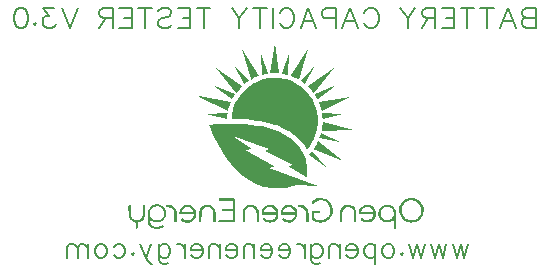
<source format=gbo>
G04 Layer: BottomSilkscreenLayer*
G04 EasyEDA v6.5.47, 2024-10-14 09:34:27*
G04 ce67ab0569d04c388b7640da7ad94f30,699dadb93aee4be8b9b8ad6142c81684,10*
G04 Gerber Generator version 0.2*
G04 Scale: 100 percent, Rotated: No, Reflected: No *
G04 Dimensions in millimeters *
G04 leading zeros omitted , absolute positions ,4 integer and 5 decimal *
%FSLAX45Y45*%
%MOMM*%

%ADD10C,0.1900*%
%ADD11C,0.2032*%

%LPD*%
G36*
X5575198Y7773263D02*
G01*
X5574487Y7769809D01*
X5535777Y7515047D01*
X5536133Y7514640D01*
X5560263Y7516571D01*
X5608777Y7515656D01*
X5611825Y7514437D01*
X5611825Y7518653D01*
G37*
G36*
X5855309Y7719466D02*
G01*
X5853785Y7717790D01*
X5711494Y7495641D01*
X5711037Y7493558D01*
X5730798Y7486040D01*
X5754370Y7475626D01*
X5777738Y7462926D01*
X5781598Y7460488D01*
X5782360Y7461300D01*
X5855309Y7718196D01*
G37*
G36*
X5301742Y7718247D02*
G01*
X5372049Y7462164D01*
X5372506Y7461605D01*
X5384342Y7468463D01*
X5407050Y7479842D01*
X5429402Y7489190D01*
X5442915Y7494066D01*
X5442407Y7495438D01*
X5302097Y7718247D01*
G37*
G36*
X5697677Y7681417D02*
G01*
X5696051Y7678826D01*
X5635193Y7513828D01*
X5635193Y7512303D01*
X5657291Y7508494D01*
X5683046Y7502245D01*
X5684215Y7504074D01*
X5696864Y7675372D01*
G37*
G36*
X5455412Y7680858D02*
G01*
X5454904Y7679436D01*
X5466334Y7502042D01*
X5466689Y7501737D01*
X5490921Y7507731D01*
X5515051Y7511999D01*
X5515762Y7512710D01*
G37*
G36*
X5918708Y7583068D02*
G01*
X5881624Y7545374D01*
X5793333Y7454798D01*
X5792978Y7453528D01*
X5814161Y7439304D01*
X5833110Y7424470D01*
X5834329Y7425791D01*
G37*
G36*
X5233314Y7583068D02*
G01*
X5316474Y7424928D01*
X5317693Y7423607D01*
X5334101Y7436713D01*
X5354675Y7450886D01*
X5357876Y7453528D01*
X5233771Y7583068D01*
G37*
G36*
X5074361Y7557058D02*
G01*
X5244541Y7349540D01*
X5246725Y7347254D01*
X5260695Y7366000D01*
X5277358Y7385405D01*
X5298948Y7407046D01*
X5074970Y7556957D01*
G37*
G36*
X6080201Y7554874D02*
G01*
X5854344Y7406131D01*
X5878271Y7381595D01*
X5891479Y7365949D01*
X5906312Y7346492D01*
G37*
G36*
X5578449Y7476998D02*
G01*
X5556808Y7476388D01*
X5534253Y7474661D01*
X5511393Y7471308D01*
X5493512Y7467650D01*
X5473598Y7462520D01*
X5445556Y7453122D01*
X5421071Y7442657D01*
X5403392Y7433818D01*
X5385206Y7423353D01*
X5365292Y7410246D01*
X5347106Y7396480D01*
X5331764Y7383475D01*
X5311749Y7364272D01*
X5293106Y7343038D01*
X5277561Y7322667D01*
X5262778Y7300112D01*
X5250180Y7277608D01*
X5241645Y7259421D01*
X5232400Y7236612D01*
X5224424Y7211822D01*
X5220004Y7194499D01*
X5215890Y7174230D01*
X5212384Y7149338D01*
X5211216Y7130135D01*
X5256072Y7128967D01*
X5300268Y7126376D01*
X5334101Y7123734D01*
X5385155Y7118553D01*
X5419852Y7114184D01*
X5451043Y7109866D01*
X5486603Y7103770D01*
X5521248Y7096099D01*
X5552440Y7087565D01*
X5574995Y7080351D01*
X5594908Y7073341D01*
X5616143Y7064857D01*
X5638241Y7055103D01*
X5672023Y7038086D01*
X5693714Y7025690D01*
X5717184Y7010603D01*
X5740501Y6993585D01*
X5763006Y6975195D01*
X5796127Y6942226D01*
X5812637Y6922312D01*
X5827369Y6902094D01*
X5840323Y6881571D01*
X5847689Y6868159D01*
X5848146Y6868159D01*
X5863691Y6886803D01*
X5874105Y6900672D01*
X5886246Y6918858D01*
X5894578Y6932726D01*
X5907176Y6956958D01*
X5917895Y6982104D01*
X5927140Y7009841D01*
X5933186Y7034123D01*
X5936843Y7053122D01*
X5940348Y7079183D01*
X5941314Y7126935D01*
X5939231Y7152843D01*
X5936742Y7171029D01*
X5933186Y7190079D01*
X5926480Y7216089D01*
X5917946Y7241184D01*
X5909767Y7261148D01*
X5897829Y7285380D01*
X5882894Y7310526D01*
X5868873Y7330440D01*
X5852871Y7350404D01*
X5834634Y7370013D01*
X5815025Y7388250D01*
X5795111Y7404252D01*
X5775147Y7418273D01*
X5750001Y7433157D01*
X5725769Y7445146D01*
X5702350Y7454646D01*
X5680710Y7461910D01*
X5654243Y7468666D01*
X5631332Y7472883D01*
X5607050Y7475829D01*
G37*
G36*
X6081064Y7403134D02*
G01*
X5913780Y7336688D01*
X5913221Y7336231D01*
X5927547Y7313117D01*
X5938367Y7292594D01*
X6075832Y7398816D01*
G37*
G36*
X5071618Y7402830D02*
G01*
X5073243Y7401306D01*
X5209286Y7294270D01*
X5212537Y7291476D01*
X5214162Y7294067D01*
X5228844Y7320788D01*
X5238191Y7335062D01*
X5073243Y7402728D01*
G37*
G36*
X4932426Y7317892D02*
G01*
X4932426Y7317028D01*
X5178552Y7193991D01*
X5179263Y7193991D01*
X5183073Y7210856D01*
X5192268Y7242048D01*
X5202986Y7270343D01*
X5202377Y7270902D01*
G37*
G36*
X6215938Y7311593D02*
G01*
X5951575Y7268006D01*
X5950508Y7266889D01*
X5958230Y7246416D01*
X5965444Y7224166D01*
X5972302Y7197090D01*
X5972302Y7194397D01*
X5973775Y7192162D01*
X6214516Y7310374D01*
G37*
G36*
X5975502Y7180122D02*
G01*
X5979210Y7151928D01*
X5980379Y7129780D01*
X5985713Y7130948D01*
X6154470Y7172248D01*
X6155436Y7173163D01*
X6142583Y7173315D01*
G37*
G36*
X5174691Y7178395D02*
G01*
X4996281Y7173163D01*
X4996992Y7172452D01*
X5168595Y7128916D01*
X5171592Y7128002D01*
X5171592Y7136942D01*
X5173522Y7158024D01*
X5176418Y7178395D01*
G37*
G36*
X5981192Y7102144D02*
G01*
X5980023Y7081774D01*
X5978347Y7063536D01*
X5975604Y7044486D01*
X5971438Y7023811D01*
X5971844Y7023557D01*
X6232702Y7033564D01*
X6242202Y7034123D01*
X5983122Y7101992D01*
G37*
G36*
X5185918Y7088225D02*
G01*
X5128717Y7086549D01*
X5092293Y7083907D01*
X5065471Y7081215D01*
X5034280Y7076948D01*
X5020513Y7074357D01*
X5020157Y7073950D01*
X5033518Y7038441D01*
X5046624Y7007250D01*
X5059934Y6977786D01*
X5083149Y6930999D01*
X5100320Y6899605D01*
X5117338Y6870344D01*
X5135981Y6840524D01*
X5153660Y6814058D01*
X5169306Y6792315D01*
X5184952Y6771538D01*
X5202377Y6749846D01*
X5224221Y6724650D01*
X5251907Y6695287D01*
X5281218Y6668160D01*
X5305247Y6647992D01*
X5332628Y6627418D01*
X5357469Y6611010D01*
X5374792Y6600647D01*
X5396484Y6588810D01*
X5416397Y6579412D01*
X5438698Y6570014D01*
X5459882Y6562344D01*
X5485739Y6554673D01*
X5512612Y6548475D01*
X5533390Y6544868D01*
X5562854Y6541312D01*
X5614009Y6540398D01*
X5643422Y6542430D01*
X5670296Y6545834D01*
X5698896Y6551066D01*
X5730087Y6558686D01*
X5753506Y6565595D01*
X5945022Y6557213D01*
X5938062Y6560312D01*
X5527802Y6713372D01*
X5528360Y6713931D01*
X5577586Y6725310D01*
X5578094Y6725869D01*
X5572404Y6729272D01*
X5337556Y6859727D01*
X5335320Y6861759D01*
X5377383Y6869125D01*
X5381040Y6870344D01*
X5202580Y6992518D01*
X5198922Y6995566D01*
X5523839Y6872376D01*
X5526227Y6871004D01*
X5490514Y6858406D01*
X5490514Y6857339D01*
X5729681Y6736232D01*
X5730392Y6735064D01*
X5690209Y6730187D01*
X5683707Y6729069D01*
X5840730Y6636359D01*
X5842660Y6636359D01*
X5844794Y6646773D01*
X5847943Y6670141D01*
X5847943Y6722160D01*
X5845708Y6740347D01*
X5842203Y6761124D01*
X5836412Y6785406D01*
X5829960Y6805320D01*
X5821680Y6826148D01*
X5813145Y6844334D01*
X5801360Y6865112D01*
X5785002Y6889292D01*
X5768695Y6909562D01*
X5746546Y6932574D01*
X5728716Y6948678D01*
X5711037Y6962851D01*
X5688482Y6978853D01*
X5667705Y6991858D01*
X5645912Y7003999D01*
X5626100Y7013956D01*
X5603849Y7024166D01*
X5575858Y7035292D01*
X5549900Y7044131D01*
X5516930Y7053529D01*
X5497880Y7058050D01*
X5464759Y7064756D01*
X5424220Y7070902D01*
X5376519Y7076897D01*
X5333238Y7081266D01*
X5288178Y7084720D01*
X5253482Y7086701D01*
X5207558Y7087971D01*
G37*
G36*
X5968238Y7011162D02*
G01*
X5964275Y6995972D01*
X5953353Y6963918D01*
X5953709Y6963562D01*
X6126988Y6932269D01*
X6130188Y6931507D01*
X6129121Y6932574D01*
X5970117Y7011009D01*
G37*
G36*
X5941974Y6938365D02*
G01*
X5931763Y6917994D01*
X5923229Y6903262D01*
X5912256Y6885990D01*
X5902096Y6871766D01*
X5902147Y6870344D01*
X6152997Y6770014D01*
X5942431Y6938365D01*
G37*
G36*
X5894273Y6860336D02*
G01*
X5893003Y6860235D01*
X5881725Y6846265D01*
X5860237Y6823862D01*
X5862675Y6821474D01*
X6008065Y6722516D01*
X6008522Y6723024D01*
G37*
G36*
X6743090Y6459067D02*
G01*
X6717944Y6458458D01*
X6705193Y6455664D01*
X6691985Y6451142D01*
X6681571Y6445961D01*
X6667601Y6436715D01*
X6655104Y6425184D01*
X6643827Y6410198D01*
X6635902Y6394856D01*
X6630974Y6380276D01*
X6628028Y6362700D01*
X6628677Y6345885D01*
X6648856Y6345885D01*
X6649720Y6370320D01*
X6653326Y6383832D01*
X6660134Y6398260D01*
X6667601Y6409283D01*
X6679031Y6420662D01*
X6690004Y6428181D01*
X6704482Y6434937D01*
X6717944Y6438544D01*
X6743090Y6439204D01*
X6757822Y6436004D01*
X6771030Y6430467D01*
X6780987Y6424472D01*
X6792264Y6415379D01*
X6802374Y6402832D01*
X6808571Y6391706D01*
X6813753Y6377584D01*
X6816496Y6361633D01*
X6815581Y6340856D01*
X6811924Y6326225D01*
X6804355Y6310223D01*
X6798818Y6302197D01*
X6788403Y6291021D01*
X6777736Y6282994D01*
X6760413Y6274714D01*
X6745681Y6271158D01*
X6730949Y6270040D01*
X6714490Y6272174D01*
X6700621Y6276492D01*
X6688480Y6282588D01*
X6678117Y6289954D01*
X6665772Y6302908D01*
X6656933Y6317234D01*
X6651752Y6331661D01*
X6648856Y6345885D01*
X6628677Y6345885D01*
X6628993Y6338265D01*
X6633413Y6321298D01*
X6640271Y6305702D01*
X6651498Y6288887D01*
X6664147Y6276035D01*
X6678015Y6265773D01*
X6697167Y6256375D01*
X6713829Y6252159D01*
X6731812Y6250178D01*
X6744817Y6251244D01*
X6758787Y6253734D01*
X6773722Y6258814D01*
X6788099Y6266281D01*
X6801256Y6276035D01*
X6813905Y6288887D01*
X6824878Y6305346D01*
X6830110Y6317030D01*
X6834530Y6331051D01*
X6837273Y6347815D01*
X6836359Y6370320D01*
X6831228Y6390538D01*
X6824116Y6405676D01*
X6814667Y6419799D01*
X6803136Y6432296D01*
X6788150Y6443573D01*
X6773265Y6451295D01*
X6757568Y6456527D01*
G37*
G36*
X5970981Y6459067D02*
G01*
X5949340Y6458356D01*
X5934964Y6454800D01*
X5919876Y6448602D01*
X5906312Y6440525D01*
X5892850Y6429908D01*
X5888939Y6423558D01*
X5888939Y6417310D01*
X5892241Y6412890D01*
X5897118Y6411264D01*
X5903722Y6413246D01*
X5912916Y6420713D01*
X5923330Y6427724D01*
X5932881Y6432550D01*
X5944616Y6436512D01*
X5958586Y6438595D01*
X5980531Y6437630D01*
X5991809Y6434683D01*
X6004153Y6429044D01*
X6015177Y6421577D01*
X6027369Y6409334D01*
X6037224Y6394500D01*
X6042609Y6381851D01*
X6046063Y6368592D01*
X6047079Y6350254D01*
X6044946Y6335725D01*
X6040526Y6321806D01*
X6034481Y6309664D01*
X6027115Y6299250D01*
X6013450Y6286246D01*
X6000445Y6278118D01*
X5987440Y6272987D01*
X5971844Y6270040D01*
X5949340Y6270955D01*
X5934811Y6274612D01*
X5920333Y6281369D01*
X5910275Y6288430D01*
X5907430Y6293256D01*
X5906973Y6299250D01*
X5907278Y6330035D01*
X5951575Y6330035D01*
X5957468Y6332474D01*
X5960160Y6337757D01*
X5960160Y6341364D01*
X5957722Y6346139D01*
X5952947Y6348679D01*
X5894679Y6348679D01*
X5889802Y6345478D01*
X5887364Y6339636D01*
X5887364Y6286652D01*
X5889802Y6280861D01*
X5897067Y6274155D01*
X5910732Y6264351D01*
X5926785Y6256477D01*
X5941517Y6252210D01*
X5955030Y6250076D01*
X5981395Y6251041D01*
X5998718Y6255359D01*
X6012789Y6261303D01*
X6028029Y6271260D01*
X6043015Y6286246D01*
X6054598Y6303721D01*
X6060490Y6316573D01*
X6065113Y6331305D01*
X6067806Y6348679D01*
X6066891Y6368592D01*
X6064097Y6381597D01*
X6060389Y6392875D01*
X6055360Y6404102D01*
X6044336Y6420662D01*
X6032500Y6432753D01*
X6022136Y6440678D01*
X6009894Y6447891D01*
X5994958Y6453886D01*
X5981344Y6457442D01*
G37*
G36*
X5106009Y6455664D02*
G01*
X5100116Y6451701D01*
X5098440Y6445097D01*
X5101844Y6438798D01*
X5107889Y6436715D01*
X5218379Y6436614D01*
X5218379Y6364681D01*
X5131104Y6364681D01*
X5126685Y6361176D01*
X5124704Y6355283D01*
X5127244Y6349238D01*
X5132120Y6346037D01*
X5218379Y6345580D01*
X5218379Y6271971D01*
X5111394Y6271920D01*
X5103622Y6270396D01*
X5098643Y6264808D01*
X5099558Y6257645D01*
X5104790Y6253022D01*
X5112258Y6251956D01*
X5231841Y6252464D01*
X5237226Y6255410D01*
X5239613Y6261150D01*
X5239613Y6447434D01*
X5237226Y6453174D01*
X5232704Y6455613D01*
G37*
G36*
X4582769Y6405321D02*
G01*
X4566564Y6404457D01*
X4554067Y6401206D01*
X4542942Y6396532D01*
X4530801Y6388760D01*
X4516932Y6374485D01*
X4511141Y6364833D01*
X4505350Y6351270D01*
X4502607Y6337909D01*
X4502607Y6320028D01*
X4519117Y6320028D01*
X4519117Y6337401D01*
X4521758Y6348679D01*
X4528972Y6363411D01*
X4543806Y6378244D01*
X4558538Y6385458D01*
X4568901Y6388100D01*
X4582769Y6388912D01*
X4594910Y6386525D01*
X4602429Y6383782D01*
X4613097Y6378143D01*
X4626965Y6364274D01*
X4632756Y6354419D01*
X4637227Y6341719D01*
X4638040Y6322415D01*
X4635093Y6309156D01*
X4628388Y6295796D01*
X4620920Y6287008D01*
X4611928Y6279540D01*
X4603597Y6274562D01*
X4589729Y6269888D01*
X4567174Y6269888D01*
X4553305Y6274714D01*
X4544669Y6279692D01*
X4535982Y6286855D01*
X4528616Y6295796D01*
X4522673Y6307074D01*
X4519117Y6320028D01*
X4502607Y6320028D01*
X4502607Y6254800D01*
X4505045Y6242050D01*
X4509566Y6230162D01*
X4517440Y6218326D01*
X4526280Y6210350D01*
X4536084Y6204661D01*
X4547260Y6200190D01*
X4561992Y6197041D01*
X4591456Y6197041D01*
X4606188Y6200190D01*
X4619498Y6204559D01*
X4633925Y6211722D01*
X4637176Y6217513D01*
X4635195Y6224117D01*
X4630928Y6226911D01*
X4624730Y6226911D01*
X4616602Y6222796D01*
X4601464Y6217462D01*
X4586224Y6214567D01*
X4561128Y6215430D01*
X4550714Y6218275D01*
X4539437Y6223762D01*
X4528921Y6234277D01*
X4524349Y6243828D01*
X4521606Y6254191D01*
X4520590Y6279337D01*
X4531664Y6268821D01*
X4539437Y6263538D01*
X4550206Y6258102D01*
X4565446Y6253480D01*
X4590592Y6253480D01*
X4604461Y6257290D01*
X4617313Y6263335D01*
X4627829Y6270904D01*
X4638497Y6282029D01*
X4646472Y6294374D01*
X4651552Y6307074D01*
X4654499Y6321653D01*
X4653534Y6343446D01*
X4650638Y6353860D01*
X4643882Y6368338D01*
X4635093Y6380226D01*
X4625492Y6389014D01*
X4618075Y6394094D01*
X4606188Y6400038D01*
X4593945Y6403746D01*
G37*
G36*
X6518148Y6402832D02*
G01*
X6504787Y6400088D01*
X6490563Y6394348D01*
X6478270Y6386169D01*
X6467094Y6374993D01*
X6459931Y6364478D01*
X6454343Y6352133D01*
X6451447Y6341364D01*
X6449771Y6327038D01*
X6450416Y6321552D01*
X6471208Y6321552D01*
X6472072Y6338265D01*
X6476746Y6352133D01*
X6482740Y6361988D01*
X6492951Y6372098D01*
X6503924Y6378600D01*
X6517081Y6382766D01*
X6531660Y6383680D01*
X6544614Y6381242D01*
X6560464Y6373368D01*
X6572402Y6361480D01*
X6578142Y6351828D01*
X6582613Y6339128D01*
X6583425Y6321348D01*
X6581343Y6310528D01*
X6577685Y6301841D01*
X6570929Y6291072D01*
X6559448Y6280556D01*
X6545529Y6273647D01*
X6533388Y6271107D01*
X6522466Y6271107D01*
X6509105Y6273800D01*
X6494373Y6281013D01*
X6481267Y6294069D01*
X6474155Y6308293D01*
X6471208Y6321552D01*
X6450416Y6321552D01*
X6451549Y6311493D01*
X6456781Y6295796D01*
X6464046Y6282944D01*
X6477863Y6268313D01*
X6487972Y6261455D01*
X6500469Y6255512D01*
X6514338Y6251854D01*
X6538569Y6251651D01*
X6553301Y6255613D01*
X6567728Y6262776D01*
X6582359Y6274511D01*
X6582359Y6208674D01*
X6584746Y6202934D01*
X6589522Y6199174D01*
X6594652Y6199174D01*
X6600342Y6201867D01*
X6603238Y6207404D01*
X6602679Y6339992D01*
X6597954Y6355232D01*
X6592519Y6366002D01*
X6586016Y6375501D01*
X6574129Y6386880D01*
X6566306Y6392214D01*
X6555892Y6397396D01*
X6547053Y6400292D01*
X6535978Y6402679D01*
G37*
G36*
X6188405Y6402832D02*
G01*
X6178092Y6400952D01*
X6164834Y6395821D01*
X6154064Y6388862D01*
X6144514Y6379870D01*
X6136894Y6369202D01*
X6131052Y6356451D01*
X6128258Y6345783D01*
X6126581Y6325260D01*
X6126581Y6263741D01*
X6128207Y6256782D01*
X6132626Y6252972D01*
X6138519Y6251854D01*
X6144818Y6254851D01*
X6147358Y6259728D01*
X6147409Y6332169D01*
X6149086Y6345174D01*
X6152642Y6355943D01*
X6159144Y6366002D01*
X6168339Y6374942D01*
X6178245Y6380226D01*
X6188456Y6382867D01*
X6202984Y6382867D01*
X6213652Y6380175D01*
X6224879Y6374688D01*
X6237274Y6362395D01*
X6243574Y6349187D01*
X6246114Y6337401D01*
X6246114Y6260541D01*
X6248857Y6254750D01*
X6254597Y6252057D01*
X6258864Y6252057D01*
X6264706Y6255969D01*
X6266942Y6260287D01*
X6266383Y6343446D01*
X6262573Y6357315D01*
X6257544Y6368034D01*
X6250635Y6378194D01*
X6240373Y6387744D01*
X6230112Y6394551D01*
X6216700Y6400342D01*
X6205829Y6402679D01*
G37*
G36*
X5001006Y6402832D02*
G01*
X4987950Y6401003D01*
X4975504Y6396736D01*
X4965801Y6391351D01*
X4954117Y6381953D01*
X4945278Y6370320D01*
X4938623Y6356451D01*
X4935931Y6345834D01*
X4934204Y6329578D01*
X4934153Y6260642D01*
X4936642Y6254750D01*
X4941874Y6252057D01*
X4948885Y6252057D01*
X4954524Y6257086D01*
X4955540Y6340856D01*
X4958588Y6351117D01*
X4964684Y6363309D01*
X4975606Y6374231D01*
X4990185Y6381242D01*
X5005679Y6383172D01*
X5019548Y6380327D01*
X5032451Y6373977D01*
X5044643Y6361633D01*
X5050332Y6350355D01*
X5053177Y6340856D01*
X5054193Y6257086D01*
X5059832Y6252057D01*
X5066842Y6252057D01*
X5071719Y6254546D01*
X5074564Y6260541D01*
X5074513Y6331305D01*
X5072837Y6346037D01*
X5070195Y6356451D01*
X5062169Y6372910D01*
X5045506Y6389370D01*
X5029911Y6397498D01*
X5018684Y6401104D01*
X5008270Y6402628D01*
G37*
G36*
X6365290Y6402781D02*
G01*
X6343599Y6402120D01*
X6331458Y6398310D01*
X6320028Y6392316D01*
X6309868Y6384137D01*
X6299708Y6372047D01*
X6292189Y6356451D01*
X6289344Y6345174D01*
X6288974Y6337808D01*
X6306616Y6337808D01*
X6307836Y6345174D01*
X6311138Y6355842D01*
X6318199Y6366408D01*
X6327140Y6374282D01*
X6339281Y6380276D01*
X6349593Y6382867D01*
X6365290Y6382766D01*
X6374790Y6380276D01*
X6387642Y6373977D01*
X6400088Y6361633D01*
X6406286Y6350406D01*
X6408826Y6342583D01*
X6409944Y6337808D01*
X6288974Y6337808D01*
X6288481Y6326987D01*
X6291630Y6320942D01*
X6295948Y6318808D01*
X6409893Y6318758D01*
X6409893Y6315405D01*
X6405575Y6301740D01*
X6398768Y6291173D01*
X6392468Y6284214D01*
X6380835Y6276289D01*
X6367932Y6271768D01*
X6351422Y6270955D01*
X6338570Y6273647D01*
X6327292Y6278930D01*
X6314694Y6288582D01*
X6307683Y6289548D01*
X6301587Y6283401D01*
X6301587Y6278575D01*
X6305296Y6270955D01*
X6316726Y6261455D01*
X6330594Y6254800D01*
X6341872Y6251905D01*
X6365341Y6250940D01*
X6379819Y6253886D01*
X6391249Y6258458D01*
X6406286Y6268516D01*
X6417259Y6280454D01*
X6423202Y6290310D01*
X6428943Y6305550D01*
X6431584Y6320739D01*
X6431584Y6335928D01*
X6429095Y6348679D01*
X6425488Y6358940D01*
X6419291Y6370218D01*
X6411874Y6379870D01*
X6403390Y6387744D01*
X6395618Y6393078D01*
X6386931Y6397396D01*
X6377686Y6400393D01*
G37*
G36*
X4836668Y6402425D02*
G01*
X4826304Y6401816D01*
X4812842Y6398564D01*
X4801971Y6393383D01*
X4790592Y6384747D01*
X4782413Y6375501D01*
X4774438Y6362801D01*
X4769662Y6348526D01*
X4768424Y6337808D01*
X4786630Y6337808D01*
X4787595Y6346088D01*
X4791354Y6356197D01*
X4798669Y6366865D01*
X4808931Y6375196D01*
X4819345Y6380073D01*
X4827168Y6381902D01*
X4840122Y6382816D01*
X4853076Y6380378D01*
X4867808Y6373063D01*
X4880051Y6360718D01*
X4886350Y6348679D01*
X4889093Y6339230D01*
X4889093Y6337808D01*
X4768424Y6337808D01*
X4767630Y6330899D01*
X4769713Y6322212D01*
X4774082Y6318758D01*
X4888992Y6318758D01*
X4889804Y6317488D01*
X4886655Y6305092D01*
X4881473Y6294932D01*
X4872990Y6284518D01*
X4860544Y6275578D01*
X4849672Y6271971D01*
X4836414Y6270294D01*
X4821783Y6271971D01*
X4814874Y6274358D01*
X4805984Y6278880D01*
X4796688Y6286500D01*
X4793030Y6288430D01*
X4786985Y6288430D01*
X4781854Y6284112D01*
X4780940Y6279337D01*
X4784344Y6271514D01*
X4789017Y6266586D01*
X4799634Y6258966D01*
X4809642Y6254546D01*
X4824577Y6250838D01*
X4849672Y6250787D01*
X4863185Y6254648D01*
X4875682Y6260896D01*
X4886248Y6268415D01*
X4897323Y6280404D01*
X4905451Y6295796D01*
X4909820Y6310934D01*
X4911598Y6327851D01*
X4909972Y6343548D01*
X4906264Y6355588D01*
X4901031Y6366002D01*
X4894884Y6375247D01*
X4886248Y6384747D01*
X4875377Y6392468D01*
X4862677Y6398310D01*
X4851400Y6401257D01*
G37*
G36*
X5683148Y6401968D02*
G01*
X5669432Y6398463D01*
X5657291Y6392722D01*
X5646928Y6384442D01*
X5640324Y6377228D01*
X5633262Y6367068D01*
X5628233Y6355994D01*
X5624830Y6341719D01*
X5624830Y6336944D01*
X5643016Y6336944D01*
X5643016Y6341973D01*
X5646623Y6353860D01*
X5651144Y6361633D01*
X5659882Y6371031D01*
X5670143Y6377686D01*
X5683300Y6381800D01*
X5694578Y6382664D01*
X5704941Y6381292D01*
X5713628Y6378397D01*
X5723534Y6373164D01*
X5733796Y6363817D01*
X5740247Y6354165D01*
X5744362Y6344056D01*
X5745480Y6336944D01*
X5624830Y6336944D01*
X5624830Y6325616D01*
X5627420Y6320536D01*
X5631332Y6318351D01*
X5746140Y6317742D01*
X5745124Y6313119D01*
X5742533Y6303619D01*
X5736285Y6292342D01*
X5723178Y6279134D01*
X5710174Y6272987D01*
X5696813Y6270244D01*
X5688482Y6270294D01*
X5674918Y6272733D01*
X5662523Y6278626D01*
X5652973Y6286398D01*
X5649163Y6288430D01*
X5642864Y6288430D01*
X5637784Y6283350D01*
X5637784Y6276644D01*
X5642914Y6268618D01*
X5652973Y6260642D01*
X5665114Y6254648D01*
X5678982Y6250940D01*
X5706719Y6250787D01*
X5717946Y6253937D01*
X5730697Y6259779D01*
X5741822Y6267754D01*
X5750712Y6276644D01*
X5759043Y6289395D01*
X5764123Y6302756D01*
X5767324Y6316573D01*
X5767273Y6339128D01*
X5764276Y6350406D01*
X5760567Y6359906D01*
X5752795Y6373215D01*
X5742482Y6384645D01*
X5731814Y6392214D01*
X5723178Y6396532D01*
X5711901Y6400139D01*
X5703214Y6401765D01*
G37*
G36*
X5522976Y6401917D02*
G01*
X5508701Y6398514D01*
X5497017Y6392621D01*
X5486044Y6384391D01*
X5475630Y6372047D01*
X5467197Y6354724D01*
X5464606Y6341719D01*
X5464065Y6336944D01*
X5482691Y6336944D01*
X5482691Y6342837D01*
X5486146Y6353962D01*
X5492800Y6364274D01*
X5502046Y6373266D01*
X5513476Y6379260D01*
X5522874Y6382004D01*
X5541213Y6381902D01*
X5550712Y6379362D01*
X5559399Y6375349D01*
X5570118Y6367221D01*
X5578195Y6356502D01*
X5582158Y6348679D01*
X5584952Y6339230D01*
X5584952Y6336944D01*
X5464065Y6336944D01*
X5463540Y6331813D01*
X5464708Y6323736D01*
X5469534Y6318351D01*
X5585612Y6317691D01*
X5583224Y6307074D01*
X5576417Y6293205D01*
X5566714Y6282486D01*
X5555945Y6275374D01*
X5542076Y6270802D01*
X5521248Y6270802D01*
X5507380Y6275527D01*
X5496102Y6283198D01*
X5490565Y6287719D01*
X5483606Y6288633D01*
X5479084Y6285687D01*
X5476849Y6280404D01*
X5478627Y6273292D01*
X5490311Y6261760D01*
X5504789Y6254648D01*
X5518658Y6251092D01*
X5538063Y6250076D01*
X5551576Y6252210D01*
X5565597Y6257290D01*
X5581040Y6267348D01*
X5592572Y6279642D01*
X5599480Y6291478D01*
X5603900Y6303822D01*
X5606796Y6317488D01*
X5606796Y6337401D01*
X5604154Y6349746D01*
X5598617Y6363004D01*
X5589930Y6376365D01*
X5578246Y6387896D01*
X5565800Y6395262D01*
X5554167Y6399530D01*
X5542940Y6401765D01*
G37*
G36*
X5362702Y6401917D02*
G01*
X5351068Y6399479D01*
X5340553Y6395212D01*
X5330698Y6389370D01*
X5316575Y6375501D01*
X5309260Y6363055D01*
X5304840Y6350457D01*
X5302453Y6335674D01*
X5302453Y6258356D01*
X5306212Y6253581D01*
X5312003Y6251143D01*
X5316728Y6252311D01*
X5320893Y6255004D01*
X5323230Y6260642D01*
X5323230Y6335928D01*
X5325821Y6349492D01*
X5331917Y6362293D01*
X5344464Y6374841D01*
X5353151Y6379210D01*
X5362549Y6382004D01*
X5379212Y6382004D01*
X5389118Y6379464D01*
X5399176Y6374384D01*
X5407964Y6367424D01*
X5416651Y6354419D01*
X5420410Y6343192D01*
X5421985Y6327851D01*
X5422036Y6258864D01*
X5424678Y6253835D01*
X5427675Y6252210D01*
X5431993Y6251854D01*
X5436057Y6252057D01*
X5441950Y6257950D01*
X5441950Y6338519D01*
X5439511Y6351422D01*
X5434431Y6364478D01*
X5426506Y6376365D01*
X5415534Y6387236D01*
X5406136Y6393535D01*
X5395061Y6398564D01*
X5381752Y6401816D01*
G37*
G36*
X4347006Y6401257D02*
G01*
X4340606Y6398615D01*
X4337050Y6392875D01*
X4337659Y6310528D01*
X4341418Y6296660D01*
X4349191Y6281064D01*
X4359452Y6268770D01*
X4371340Y6259880D01*
X4382058Y6254597D01*
X4396841Y6250787D01*
X4397349Y6205372D01*
X4400956Y6200495D01*
X4407560Y6198260D01*
X4413097Y6200089D01*
X4417263Y6204508D01*
X4417771Y6251143D01*
X4422495Y6252159D01*
X4433722Y6255664D01*
X4447184Y6262624D01*
X4459376Y6273952D01*
X4466894Y6284518D01*
X4472076Y6294932D01*
X4475632Y6306413D01*
X4477613Y6323533D01*
X4477054Y6393738D01*
X4473956Y6398310D01*
X4468418Y6401104D01*
X4462424Y6400292D01*
X4457141Y6395008D01*
X4456125Y6312255D01*
X4453077Y6301841D01*
X4447590Y6291529D01*
X4438091Y6281216D01*
X4427778Y6274562D01*
X4417263Y6271310D01*
X4405122Y6270142D01*
X4390440Y6272784D01*
X4378045Y6278880D01*
X4366768Y6290868D01*
X4361434Y6301841D01*
X4358487Y6312255D01*
X4357471Y6394856D01*
X4353255Y6399377D01*
G37*
G36*
X4671161Y6400952D02*
G01*
X4663033Y6400292D01*
X4658055Y6397752D01*
X4656023Y6393230D01*
X4656023Y6387998D01*
X4658614Y6382918D01*
X4663389Y6380480D01*
X4681880Y6378498D01*
X4691989Y6375908D01*
X4704435Y6369812D01*
X4713630Y6361430D01*
X4720183Y6350406D01*
X4724603Y6336538D01*
X4726127Y6308801D01*
X4726178Y6258814D01*
X4732070Y6252921D01*
X4740249Y6252921D01*
X4746142Y6258814D01*
X4746345Y6331305D01*
X4744313Y6345529D01*
X4741773Y6355588D01*
X4734052Y6371336D01*
X4722469Y6383883D01*
X4712157Y6390894D01*
X4700981Y6395923D01*
X4685893Y6399530D01*
G37*
G36*
X5784697Y6400850D02*
G01*
X5777738Y6400038D01*
X5774283Y6398260D01*
X5771286Y6394602D01*
X5771235Y6386576D01*
X5774842Y6382004D01*
X5777839Y6380429D01*
X5795975Y6378498D01*
X5807049Y6375755D01*
X5815025Y6372250D01*
X5825794Y6364630D01*
X5833719Y6353505D01*
X5837834Y6343446D01*
X5840577Y6330086D01*
X5840577Y6264605D01*
X5841695Y6258001D01*
X5846775Y6252921D01*
X5854903Y6252921D01*
X5858764Y6255613D01*
X5861456Y6260744D01*
X5861405Y6330442D01*
X5859729Y6343548D01*
X5857900Y6351625D01*
X5853531Y6363258D01*
X5848146Y6372047D01*
X5840425Y6381140D01*
X5830366Y6388912D01*
X5818479Y6394856D01*
X5807202Y6398260D01*
X5791606Y6400241D01*
G37*
D10*
X7213600Y6067963D02*
G01*
X7180872Y5953417D01*
X7148146Y6067963D02*
G01*
X7180872Y5953417D01*
X7148146Y6067963D02*
G01*
X7115418Y5953417D01*
X7082690Y6067963D02*
G01*
X7115418Y5953417D01*
X7028690Y6067963D02*
G01*
X6995965Y5953417D01*
X6963237Y6067963D02*
G01*
X6995965Y5953417D01*
X6963237Y6067963D02*
G01*
X6930509Y5953417D01*
X6897781Y6067963D02*
G01*
X6930509Y5953417D01*
X6843783Y6067963D02*
G01*
X6811055Y5953417D01*
X6778327Y6067963D02*
G01*
X6811055Y5953417D01*
X6778327Y6067963D02*
G01*
X6745599Y5953417D01*
X6712874Y6067963D02*
G01*
X6745599Y5953417D01*
X6650692Y5994326D02*
G01*
X6658874Y5986145D01*
X6650692Y5977963D01*
X6642511Y5986145D01*
X6650692Y5994326D01*
X6547601Y6067963D02*
G01*
X6563964Y6059782D01*
X6580329Y6043416D01*
X6588511Y6018872D01*
X6588511Y6002510D01*
X6580329Y5977963D01*
X6563964Y5961600D01*
X6547601Y5953417D01*
X6523055Y5953417D01*
X6506692Y5961600D01*
X6490329Y5977963D01*
X6482146Y6002510D01*
X6482146Y6018872D01*
X6490329Y6043416D01*
X6506692Y6059782D01*
X6523055Y6067963D01*
X6547601Y6067963D01*
X6428148Y6067963D02*
G01*
X6428148Y5896145D01*
X6428148Y6043416D02*
G01*
X6411782Y6059782D01*
X6395420Y6067963D01*
X6370873Y6067963D01*
X6354511Y6059782D01*
X6338148Y6043416D01*
X6329964Y6018872D01*
X6329964Y6002510D01*
X6338148Y5977963D01*
X6354511Y5961600D01*
X6370873Y5953417D01*
X6395420Y5953417D01*
X6411782Y5961600D01*
X6428148Y5977963D01*
X6275966Y6018872D02*
G01*
X6177782Y6018872D01*
X6177782Y6035235D01*
X6185966Y6051600D01*
X6194148Y6059782D01*
X6210510Y6067963D01*
X6235057Y6067963D01*
X6251420Y6059782D01*
X6267782Y6043416D01*
X6275966Y6018872D01*
X6275966Y6002510D01*
X6267782Y5977963D01*
X6251420Y5961600D01*
X6235057Y5953417D01*
X6210510Y5953417D01*
X6194148Y5961600D01*
X6177782Y5977963D01*
X6123785Y6067963D02*
G01*
X6123785Y5953417D01*
X6123785Y6035235D02*
G01*
X6099238Y6059782D01*
X6082875Y6067963D01*
X6058329Y6067963D01*
X6041966Y6059782D01*
X6033785Y6035235D01*
X6033785Y5953417D01*
X5881603Y6067963D02*
G01*
X5881603Y5937054D01*
X5889785Y5912510D01*
X5897966Y5904326D01*
X5914329Y5896145D01*
X5938875Y5896145D01*
X5955238Y5904326D01*
X5881603Y6043416D02*
G01*
X5897966Y6059782D01*
X5914329Y6067963D01*
X5938875Y6067963D01*
X5955238Y6059782D01*
X5971603Y6043416D01*
X5979784Y6018872D01*
X5979784Y6002510D01*
X5971603Y5977963D01*
X5955238Y5961600D01*
X5938875Y5953417D01*
X5914329Y5953417D01*
X5897966Y5961600D01*
X5881603Y5977963D01*
X5827603Y6067963D02*
G01*
X5827603Y5953417D01*
X5827603Y6018872D02*
G01*
X5819421Y6043416D01*
X5803056Y6059782D01*
X5786694Y6067963D01*
X5762147Y6067963D01*
X5708149Y6018872D02*
G01*
X5609965Y6018872D01*
X5609965Y6035235D01*
X5618149Y6051600D01*
X5626331Y6059782D01*
X5642693Y6067963D01*
X5667240Y6067963D01*
X5683603Y6059782D01*
X5699965Y6043416D01*
X5708149Y6018872D01*
X5708149Y6002510D01*
X5699965Y5977963D01*
X5683603Y5961600D01*
X5667240Y5953417D01*
X5642693Y5953417D01*
X5626331Y5961600D01*
X5609965Y5977963D01*
X5555968Y6018872D02*
G01*
X5457784Y6018872D01*
X5457784Y6035235D01*
X5465968Y6051600D01*
X5474149Y6059782D01*
X5490512Y6067963D01*
X5515058Y6067963D01*
X5531421Y6059782D01*
X5547784Y6043416D01*
X5555968Y6018872D01*
X5555968Y6002510D01*
X5547784Y5977963D01*
X5531421Y5961600D01*
X5515058Y5953417D01*
X5490512Y5953417D01*
X5474149Y5961600D01*
X5457784Y5977963D01*
X5403786Y6067963D02*
G01*
X5403786Y5953417D01*
X5403786Y6035235D02*
G01*
X5379239Y6059782D01*
X5362877Y6067963D01*
X5338330Y6067963D01*
X5321968Y6059782D01*
X5313786Y6035235D01*
X5313786Y5953417D01*
X5259786Y6018872D02*
G01*
X5161605Y6018872D01*
X5161605Y6035235D01*
X5169786Y6051600D01*
X5177967Y6059782D01*
X5194330Y6067963D01*
X5218877Y6067963D01*
X5235239Y6059782D01*
X5251604Y6043416D01*
X5259786Y6018872D01*
X5259786Y6002510D01*
X5251604Y5977963D01*
X5235239Y5961600D01*
X5218877Y5953417D01*
X5194330Y5953417D01*
X5177967Y5961600D01*
X5161605Y5977963D01*
X5107604Y6067963D02*
G01*
X5107604Y5953417D01*
X5107604Y6035235D02*
G01*
X5083058Y6059782D01*
X5066695Y6067963D01*
X5042148Y6067963D01*
X5025786Y6059782D01*
X5017604Y6035235D01*
X5017604Y5953417D01*
X4963604Y6018872D02*
G01*
X4865423Y6018872D01*
X4865423Y6035235D01*
X4873604Y6051600D01*
X4881786Y6059782D01*
X4898151Y6067963D01*
X4922695Y6067963D01*
X4939057Y6059782D01*
X4955423Y6043416D01*
X4963604Y6018872D01*
X4963604Y6002510D01*
X4955423Y5977963D01*
X4939057Y5961600D01*
X4922695Y5953417D01*
X4898151Y5953417D01*
X4881786Y5961600D01*
X4865423Y5977963D01*
X4811422Y6067963D02*
G01*
X4811422Y5953417D01*
X4811422Y6018872D02*
G01*
X4803241Y6043416D01*
X4786876Y6059782D01*
X4770513Y6067963D01*
X4745969Y6067963D01*
X4593788Y6067963D02*
G01*
X4593788Y5937054D01*
X4601969Y5912510D01*
X4610150Y5904326D01*
X4626513Y5896145D01*
X4651060Y5896145D01*
X4667422Y5904326D01*
X4593788Y6043416D02*
G01*
X4610150Y6059782D01*
X4626513Y6067963D01*
X4651060Y6067963D01*
X4667422Y6059782D01*
X4683787Y6043416D01*
X4691969Y6018872D01*
X4691969Y6002510D01*
X4683787Y5977963D01*
X4667422Y5961600D01*
X4651060Y5953417D01*
X4626513Y5953417D01*
X4610150Y5961600D01*
X4593788Y5977963D01*
X4531606Y6067963D02*
G01*
X4482515Y5953417D01*
X4433422Y6067963D02*
G01*
X4482515Y5953417D01*
X4498878Y5920691D01*
X4515241Y5904326D01*
X4531606Y5896145D01*
X4539787Y5896145D01*
X4371240Y5994326D02*
G01*
X4379424Y5986145D01*
X4371240Y5977963D01*
X4363059Y5986145D01*
X4371240Y5994326D01*
X4210878Y6043416D02*
G01*
X4227243Y6059782D01*
X4243605Y6067963D01*
X4268152Y6067963D01*
X4284515Y6059782D01*
X4300877Y6043416D01*
X4309059Y6018872D01*
X4309059Y6002510D01*
X4300877Y5977963D01*
X4284515Y5961600D01*
X4268152Y5953417D01*
X4243605Y5953417D01*
X4227243Y5961600D01*
X4210878Y5977963D01*
X4115970Y6067963D02*
G01*
X4132333Y6059782D01*
X4148696Y6043416D01*
X4156877Y6018872D01*
X4156877Y6002510D01*
X4148696Y5977963D01*
X4132333Y5961600D01*
X4115970Y5953417D01*
X4091424Y5953417D01*
X4075061Y5961600D01*
X4058696Y5977963D01*
X4050515Y6002510D01*
X4050515Y6018872D01*
X4058696Y6043416D01*
X4075061Y6059782D01*
X4091424Y6067963D01*
X4115970Y6067963D01*
X3996514Y6067963D02*
G01*
X3996514Y5953417D01*
X3996514Y6035235D02*
G01*
X3971970Y6059782D01*
X3955605Y6067963D01*
X3931061Y6067963D01*
X3914696Y6059782D01*
X3906514Y6035235D01*
X3906514Y5953417D01*
X3906514Y6035235D02*
G01*
X3881970Y6059782D01*
X3865605Y6067963D01*
X3841061Y6067963D01*
X3824696Y6059782D01*
X3816515Y6035235D01*
X3816515Y5953417D01*
D11*
X7785100Y8068335D02*
G01*
X7785100Y7896517D01*
X7785100Y8068335D02*
G01*
X7711462Y8068335D01*
X7686918Y8060154D01*
X7678737Y8051972D01*
X7670553Y8035610D01*
X7670553Y8019244D01*
X7678737Y8002882D01*
X7686918Y7994700D01*
X7711462Y7986516D01*
X7785100Y7986516D02*
G01*
X7711462Y7986516D01*
X7686918Y7978335D01*
X7678737Y7970154D01*
X7670553Y7953791D01*
X7670553Y7929245D01*
X7678737Y7912882D01*
X7686918Y7904700D01*
X7711462Y7896517D01*
X7785100Y7896517D01*
X7551099Y8068335D02*
G01*
X7616555Y7896517D01*
X7551099Y8068335D02*
G01*
X7485646Y7896517D01*
X7592009Y7953791D02*
G01*
X7510190Y7953791D01*
X7374374Y8068335D02*
G01*
X7374374Y7896517D01*
X7431646Y8068335D02*
G01*
X7317099Y8068335D01*
X7205827Y8068335D02*
G01*
X7205827Y7896517D01*
X7263102Y8068335D02*
G01*
X7148555Y8068335D01*
X7094555Y8068335D02*
G01*
X7094555Y7896517D01*
X7094555Y8068335D02*
G01*
X6988192Y8068335D01*
X7094555Y7986516D02*
G01*
X7029102Y7986516D01*
X7094555Y7896517D02*
G01*
X6988192Y7896517D01*
X6934192Y8068335D02*
G01*
X6934192Y7896517D01*
X6934192Y8068335D02*
G01*
X6860555Y8068335D01*
X6836011Y8060154D01*
X6827829Y8051972D01*
X6819648Y8035610D01*
X6819648Y8019244D01*
X6827829Y8002882D01*
X6836011Y7994700D01*
X6860555Y7986516D01*
X6934192Y7986516D01*
X6876920Y7986516D02*
G01*
X6819648Y7896517D01*
X6765648Y8068335D02*
G01*
X6700192Y7986516D01*
X6700192Y7896517D01*
X6634739Y8068335D02*
G01*
X6700192Y7986516D01*
X6332011Y8027426D02*
G01*
X6340193Y8043791D01*
X6356558Y8060154D01*
X6372920Y8068335D01*
X6405648Y8068335D01*
X6422011Y8060154D01*
X6438374Y8043791D01*
X6446558Y8027426D01*
X6454739Y8002882D01*
X6454739Y7961972D01*
X6446558Y7937426D01*
X6438374Y7921063D01*
X6422011Y7904700D01*
X6405648Y7896517D01*
X6372920Y7896517D01*
X6356558Y7904700D01*
X6340193Y7921063D01*
X6332011Y7937426D01*
X6212558Y8068335D02*
G01*
X6278011Y7896517D01*
X6212558Y8068335D02*
G01*
X6147102Y7896517D01*
X6253467Y7953791D02*
G01*
X6171648Y7953791D01*
X6093104Y8068335D02*
G01*
X6093104Y7896517D01*
X6093104Y8068335D02*
G01*
X6019467Y8068335D01*
X5994920Y8060154D01*
X5986739Y8051972D01*
X5978558Y8035610D01*
X5978558Y8011063D01*
X5986739Y7994700D01*
X5994920Y7986516D01*
X6019467Y7978335D01*
X6093104Y7978335D01*
X5859104Y8068335D02*
G01*
X5924557Y7896517D01*
X5859104Y8068335D02*
G01*
X5793648Y7896517D01*
X5900013Y7953791D02*
G01*
X5818195Y7953791D01*
X5616922Y8027426D02*
G01*
X5625104Y8043791D01*
X5641466Y8060154D01*
X5657832Y8068335D01*
X5690557Y8068335D01*
X5706922Y8060154D01*
X5723285Y8043791D01*
X5731466Y8027426D01*
X5739650Y8002882D01*
X5739650Y7961972D01*
X5731466Y7937426D01*
X5723285Y7921063D01*
X5706922Y7904700D01*
X5690557Y7896517D01*
X5657832Y7896517D01*
X5641466Y7904700D01*
X5625104Y7921063D01*
X5616922Y7937426D01*
X5562922Y8068335D02*
G01*
X5562922Y7896517D01*
X5451650Y8068335D02*
G01*
X5451650Y7896517D01*
X5508922Y8068335D02*
G01*
X5394378Y8068335D01*
X5340377Y8068335D02*
G01*
X5274922Y7986516D01*
X5274922Y7896517D01*
X5209468Y8068335D02*
G01*
X5274922Y7986516D01*
X4972197Y8068335D02*
G01*
X4972197Y7896517D01*
X5029469Y8068335D02*
G01*
X4914922Y8068335D01*
X4860925Y8068335D02*
G01*
X4860925Y7896517D01*
X4860925Y8068335D02*
G01*
X4754559Y8068335D01*
X4860925Y7986516D02*
G01*
X4795469Y7986516D01*
X4860925Y7896517D02*
G01*
X4754559Y7896517D01*
X4586015Y8043791D02*
G01*
X4602378Y8060154D01*
X4626924Y8068335D01*
X4659652Y8068335D01*
X4684196Y8060154D01*
X4700559Y8043791D01*
X4700559Y8027426D01*
X4692378Y8011063D01*
X4684196Y8002882D01*
X4667834Y7994700D01*
X4618743Y7978335D01*
X4602378Y7970154D01*
X4594197Y7961972D01*
X4586015Y7945610D01*
X4586015Y7921063D01*
X4602378Y7904700D01*
X4626924Y7896517D01*
X4659652Y7896517D01*
X4684196Y7904700D01*
X4700559Y7921063D01*
X4474743Y8068335D02*
G01*
X4474743Y7896517D01*
X4532015Y8068335D02*
G01*
X4417471Y8068335D01*
X4363471Y8068335D02*
G01*
X4363471Y7896517D01*
X4363471Y8068335D02*
G01*
X4257106Y8068335D01*
X4363471Y7986516D02*
G01*
X4298015Y7986516D01*
X4363471Y7896517D02*
G01*
X4257106Y7896517D01*
X4203108Y8068335D02*
G01*
X4203108Y7896517D01*
X4203108Y8068335D02*
G01*
X4129471Y8068335D01*
X4104924Y8060154D01*
X4096743Y8051972D01*
X4088561Y8035610D01*
X4088561Y8019244D01*
X4096743Y8002882D01*
X4104924Y7994700D01*
X4129471Y7986516D01*
X4203108Y7986516D01*
X4145833Y7986516D02*
G01*
X4088561Y7896517D01*
X3908562Y8068335D02*
G01*
X3843108Y7896517D01*
X3777653Y8068335D02*
G01*
X3843108Y7896517D01*
X3707290Y8068335D02*
G01*
X3617290Y8068335D01*
X3666380Y8002882D01*
X3641836Y8002882D01*
X3625471Y7994700D01*
X3617290Y7986516D01*
X3609108Y7961972D01*
X3609108Y7945610D01*
X3617290Y7921063D01*
X3633652Y7904700D01*
X3658199Y7896517D01*
X3682743Y7896517D01*
X3707290Y7904700D01*
X3715471Y7912882D01*
X3723652Y7929245D01*
X3546927Y7937426D02*
G01*
X3555108Y7929245D01*
X3546927Y7921063D01*
X3538745Y7929245D01*
X3546927Y7937426D01*
X3435654Y8068335D02*
G01*
X3460198Y8060154D01*
X3476564Y8035610D01*
X3484745Y7994700D01*
X3484745Y7970154D01*
X3476564Y7929245D01*
X3460198Y7904700D01*
X3435654Y7896517D01*
X3419289Y7896517D01*
X3394745Y7904700D01*
X3378380Y7929245D01*
X3370199Y7970154D01*
X3370199Y7994700D01*
X3378380Y8035610D01*
X3394745Y8060154D01*
X3419289Y8068335D01*
X3435654Y8068335D01*
M02*

</source>
